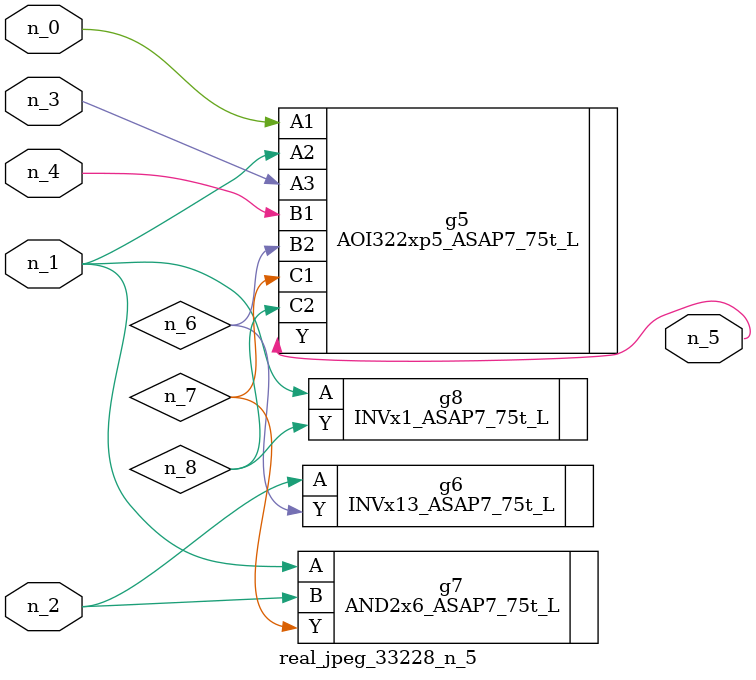
<source format=v>
module real_jpeg_33228_n_5 (n_4, n_0, n_1, n_2, n_3, n_5);

input n_4;
input n_0;
input n_1;
input n_2;
input n_3;

output n_5;

wire n_8;
wire n_6;
wire n_7;

AOI322xp5_ASAP7_75t_L g5 ( 
.A1(n_0),
.A2(n_1),
.A3(n_3),
.B1(n_4),
.B2(n_6),
.C1(n_7),
.C2(n_8),
.Y(n_5)
);

AND2x6_ASAP7_75t_L g7 ( 
.A(n_1),
.B(n_2),
.Y(n_7)
);

INVx1_ASAP7_75t_L g8 ( 
.A(n_1),
.Y(n_8)
);

INVx13_ASAP7_75t_L g6 ( 
.A(n_2),
.Y(n_6)
);


endmodule
</source>
